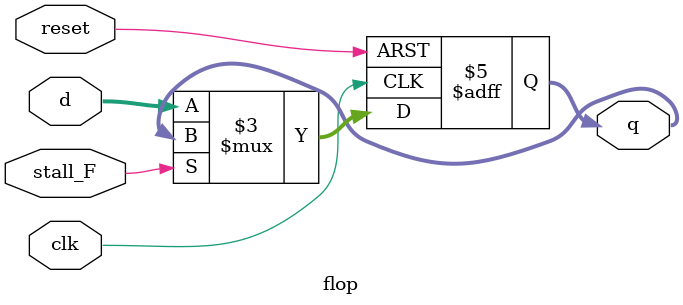
<source format=v>
module flop #(parameter WIDTH = 8) (input clk, reset,
				    input stall_F,
				    input [WIDTH-1:0] d,
				    output reg [WIDTH-1:0] q);

always @(posedge clk, posedge reset)
	if (reset) q <= 0;
	else if (stall_F)  q <= q;
	else q <= d;
endmodule

</source>
